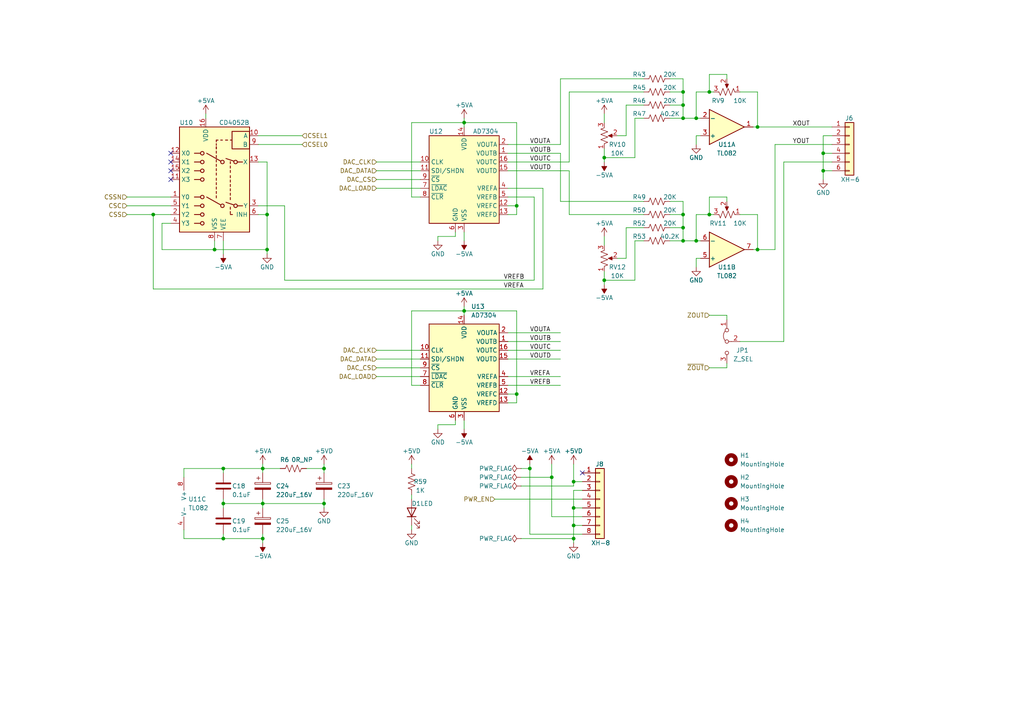
<source format=kicad_sch>
(kicad_sch (version 20231120) (generator "eeschema") (generator_version "8.0")
  (paper "A4")
  (title_block (title "Circle Generator 2") (date "2022-07-29") (rev "1.0"))
  (lib_symbols
    (symbol "AD7304_1"
      (property "Reference" "U" (at -10.16 13.97 0))
      (property "Value" "AD7304_1" (at 2.54 13.97 0))
      (symbol "AD7304_1_0_1"
        (rectangle (start -10.16 12.7) (end 10.16 -12.7) (stroke (width 0.254)) (fill (type background)))
      )
      (symbol "AD7304_1_1_1"
        (pin output line (at 12.7 7.62 180) (length 2.54) (name "VOUTB") (number "1"))
        (pin input line (at -12.7 5.08 0) (length 2.54) (name "CLK") (number "10"))
        (pin input line (at -12.7 2.54 0) (length 2.54) (name "SDI/SHDN") (number "11"))
        (pin input line (at 12.7 -7.62 180) (length 2.54) (name "VREFC") (number "12"))
        (pin input line (at 12.7 -10.16 180) (length 2.54) (name "VREFD") (number "13"))
        (pin power_in line (at 0 15.24 270) (length 2.54) (name "VDD") (number "14"))
        (pin output line (at 12.7 2.54 180) (length 2.54) (name "VOUTD") (number "15"))
        (pin output line (at 12.7 5.08 180) (length 2.54) (name "VOUTC") (number "16"))
        (pin output line (at 12.7 10.16 180) (length 2.54) (name "VOUTA") (number "2"))
        (pin power_in line (at 0 -15.24 90) (length 2.54) (name "VSS") (number "3"))
        (pin input line (at 12.7 -2.54 180) (length 2.54) (name "VREFA") (number "4"))
        (pin input line (at 12.7 -5.08 180) (length 2.54) (name "VREFB") (number "5"))
        (pin power_in line (at -2.54 -15.24 90) (length 2.54) (name "GND") (number "6"))
        (pin output line (at -12.7 -2.54 0) (length 2.54) (name "~{LDAC}") (number "7"))
        (pin output line (at -12.7 -5.08 0) (length 2.54) (name "~{CLR}") (number "8"))
        (pin input line (at -12.7 0 0) (length 2.54) (name "~{CS}") (number "9"))
      )
    )
    (symbol "Amplifier_Operational:TL082" (pin_names (offset 0.127))
      (property "Reference" "U" (at 0 5.08 0))
      (property "Value" "TL082" (at 0 -5.08 0))
      (symbol "TL082_1_1"
        (polyline (pts (xy -5.08 5.08) (xy 5.08 0) (xy -5.08 -5.08) (xy -5.08 5.08)) (stroke (width 0.254)) (fill (type background)))
        (pin output line (at 7.62 0 180) (length 2.54) (name "~") (number "1"))
        (pin input line (at -7.62 -2.54 0) (length 2.54) (name "-") (number "2"))
        (pin input line (at -7.62 2.54 0) (length 2.54) (name "+") (number "3"))
      )
      (symbol "TL082_2_1"
        (polyline (pts (xy -5.08 5.08) (xy 5.08 0) (xy -5.08 -5.08) (xy -5.08 5.08)) (stroke (width 0.254)) (fill (type background)))
        (pin input line (at -7.62 2.54 0) (length 2.54) (name "+") (number "5"))
        (pin input line (at -7.62 -2.54 0) (length 2.54) (name "-") (number "6"))
        (pin output line (at 7.62 0 180) (length 2.54) (name "~") (number "7"))
      )
      (symbol "TL082_3_1"
        (pin power_in line (at -2.54 -7.62 90) (length 3.81) (name "V-") (number "4"))
        (pin power_in line (at -2.54 7.62 270) (length 3.81) (name "V+") (number "8"))
      )
    )
    (symbol "Analog_DAC:AD7304"
      (property "Reference" "U12" (at -10.16 13.97 0))
      (property "Value" "AD7304" (at 2.54 13.97 0))
      (symbol "AD7304_0_1"
        (rectangle (start -10.16 12.7) (end 10.16 -12.7) (stroke (width 0.254)) (fill (type background)))
      )
      (symbol "AD7304_1_1"
        (pin output line (at 12.7 7.62 180) (length 2.54) (name "VOUTB") (number "1"))
        (pin input line (at -12.7 5.08 0) (length 2.54) (name "CLK") (number "10"))
        (pin input line (at -12.7 2.54 0) (length 2.54) (name "SDI/SHDN") (number "11"))
        (pin input line (at 12.7 -7.62 180) (length 2.54) (name "VREFC") (number "12"))
        (pin input line (at 12.7 -10.16 180) (length 2.54) (name "VREFD") (number "13"))
        (pin power_in line (at 0 15.24 270) (length 2.54) (name "VDD") (number "14"))
        (pin output line (at 12.7 2.54 180) (length 2.54) (name "VOUTD") (number "15"))
        (pin output line (at 12.7 5.08 180) (length 2.54) (name "VOUTC") (number "16"))
        (pin output line (at 12.7 10.16 180) (length 2.54) (name "VOUTA") (number "2"))
        (pin power_in line (at 0 -15.24 90) (length 2.54) (name "VSS") (number "3"))
        (pin input line (at 12.7 -2.54 180) (length 2.54) (name "VREFA") (number "4"))
        (pin input line (at 12.7 -5.08 180) (length 2.54) (name "VREFB") (number "5"))
        (pin power_in line (at -2.54 -15.24 90) (length 2.54) (name "GND") (number "6"))
        (pin input line (at -12.7 -2.54 0) (length 2.54) (name "~{LDAC}") (number "7"))
        (pin input line (at -12.7 -5.08 0) (length 2.54) (name "~{CLR}") (number "8"))
        (pin input line (at -12.7 0 0) (length 2.54) (name "~{CS}") (number "9"))
      )
    )
    (symbol "Analog_Switch:CD4052B"
      (property "Reference" "U" (at -10.16 16.51 0))
      (property "Value" "CD4052B" (at 3.81 16.51 0))
      (symbol "CD4052B_0_1"
        (rectangle (start -10.16 8.89) (end -5.08 13.97) (stroke (width 0.254)))
        (rectangle (start -10.16 15.24) (end 10.16 -15.24) (stroke (width 0.254)) (fill (type background)))
        (circle (center -6.096 -7.62) (radius 0.508) (stroke (width 0.254)))
        (circle (center -6.096 5.08) (radius 0.508) (stroke (width 0.254)))
        (circle (center -2.286 -7.62) (radius 0.508) (stroke (width 0.254)))
        (circle (center -2.286 5.08) (radius 0.508) (stroke (width 0.254)))
        (polyline (pts (xy -8.128 -7.62) (xy -6.604 -7.62)) (stroke (width 0.254)))
        (polyline (pts (xy -8.128 5.08) (xy -6.604 5.08)) (stroke (width 0.254)))
        (polyline (pts (xy -5.588 -7.366) (xy -3.302 -6.604)) (stroke (width 0.254)))
        (polyline (pts (xy -5.588 5.334) (xy -3.302 6.096)) (stroke (width 0.254)))
        (polyline (pts (xy -4.572 -10.16) (xy -5.207 -10.16)) (stroke (width 0.254)))
        (polyline (pts (xy -4.572 -9.906) (xy -4.572 -9.271)) (stroke (width 0.254)))
        (polyline (pts (xy -4.572 -8.636) (xy -4.572 -8.001)) (stroke (width 0.254)))
        (polyline (pts (xy -4.572 -5.842) (xy -4.572 -5.207)) (stroke (width 0.254)))
        (polyline (pts (xy -4.572 -4.572) (xy -4.572 -3.937)) (stroke (width 0.254)))
        (polyline (pts (xy -4.572 -3.302) (xy -4.572 -2.667)) (stroke (width 0.254)))
        (polyline (pts (xy -4.572 -2.032) (xy -4.572 -1.397)) (stroke (width 0.254)))
        (polyline (pts (xy -4.572 -0.762) (xy -4.572 -0.127)) (stroke (width 0.254)))
        (polyline (pts (xy -4.572 0.508) (xy -4.572 1.143)) (stroke (width 0.254)))
        (polyline (pts (xy -4.572 2.032) (xy -4.572 2.667)) (stroke (width 0.254)))
        (polyline (pts (xy -4.572 3.302) (xy -4.572 3.937)) (stroke (width 0.254)))
        (polyline (pts (xy -4.572 4.572) (xy -4.572 5.207)) (stroke (width 0.254)))
        (polyline (pts (xy -4.572 11.43) (xy -5.08 11.43)) (stroke (width 0.254)))
        (polyline (pts (xy -3.81 11.43) (xy -3.175 11.43)) (stroke (width 0.254)))
        (polyline (pts (xy -1.778 -7.366) (xy 2.286 -5.08)) (stroke (width 0.254)))
        (polyline (pts (xy -1.778 5.334) (xy 2.286 7.62)) (stroke (width 0.254)))
        (polyline (pts (xy -1.778 11.43) (xy -2.286 11.43)) (stroke (width 0.254)))
        (polyline (pts (xy -0.508 -5.334) (xy -0.508 -4.699)) (stroke (width 0.254)))
        (polyline (pts (xy -0.508 -4.064) (xy -0.508 -3.429)) (stroke (width 0.254)))
        (polyline (pts (xy -0.508 -2.794) (xy -0.508 -2.159)) (stroke (width 0.254)))
        (polyline (pts (xy -0.508 -1.524) (xy -0.508 -0.889)) (stroke (width 0.254)))
        (polyline (pts (xy -0.508 -0.254) (xy -0.508 0.381)) (stroke (width 0.254)))
        (polyline (pts (xy -0.508 1.27) (xy -0.508 1.905)) (stroke (width 0.254)))
        (polyline (pts (xy -0.508 2.54) (xy -0.508 3.175)) (stroke (width 0.254)))
        (polyline (pts (xy -0.508 3.81) (xy -0.508 4.445)) (stroke (width 0.254)))
        (polyline (pts (xy -0.508 5.08) (xy -0.508 5.715)) (stroke (width 0.254)))
        (polyline (pts (xy -0.508 6.35) (xy -0.508 6.985)) (stroke (width 0.254)))
        (polyline (pts (xy -0.508 7.62) (xy -0.508 8.255)) (stroke (width 0.254)))
        (polyline (pts (xy -0.508 8.89) (xy -0.508 9.398)) (stroke (width 0.254)))
        (polyline (pts (xy -0.508 8.89) (xy -0.508 9.525)) (stroke (width 0.254)))
        (polyline (pts (xy -0.508 9.906) (xy -0.508 10.414)) (stroke (width 0.254)))
        (polyline (pts (xy -0.508 10.922) (xy -0.508 11.43)) (stroke (width 0.254)))
        (polyline (pts (xy -0.508 11.43) (xy -1.016 11.43)) (stroke (width 0.254)))
        (polyline (pts (xy 4.064 -12.7) (xy 5.842 -12.7)) (stroke (width 0.254)))
        (polyline (pts (xy 4.064 -10.16) (xy 5.842 -10.16)) (stroke (width 0.254)))
        (polyline (pts (xy 4.064 -7.62) (xy 5.842 -7.62)) (stroke (width 0.254)))
        (polyline (pts (xy 4.064 -5.08) (xy 5.842 -5.08)) (stroke (width 0.254)))
        (polyline (pts (xy 4.064 0) (xy 5.842 0)) (stroke (width 0.254)))
        (polyline (pts (xy 4.064 2.54) (xy 5.842 2.54)) (stroke (width 0.254)))
        (polyline (pts (xy 4.064 5.08) (xy 5.842 5.08)) (stroke (width 0.254)))
        (polyline (pts (xy 4.064 7.62) (xy 5.842 7.62)) (stroke (width 0.254)))
        (circle (center 3.556 -12.7) (radius 0.508) (stroke (width 0.254)))
        (circle (center 3.556 -10.16) (radius 0.508) (stroke (width 0.254)))
        (circle (center 3.556 -7.62) (radius 0.508) (stroke (width 0.254)))
        (circle (center 3.556 -5.08) (radius 0.508) (stroke (width 0.254)))
        (circle (center 3.556 0) (radius 0.508) (stroke (width 0.254)))
        (circle (center 3.556 2.54) (radius 0.508) (stroke (width 0.254)))
        (circle (center 3.556 5.08) (radius 0.508) (stroke (width 0.254)))
        (circle (center 3.556 7.62) (radius 0.508) (stroke (width 0.254)))
      )
      (symbol "CD4052B_1_1"
        (pin bidirectional line (at 12.7 -5.08 180) (length 2.54) (name "Y0") (number "1"))
        (pin input line (at -12.7 12.7 0) (length 2.54) (name "A") (number "10"))
        (pin bidirectional line (at 12.7 0 180) (length 2.54) (name "X3") (number "11"))
        (pin bidirectional line (at 12.7 7.62 180) (length 2.54) (name "X0") (number "12"))
        (pin bidirectional line (at -12.7 5.08 0) (length 2.54) (name "X") (number "13"))
        (pin bidirectional line (at 12.7 5.08 180) (length 2.54) (name "X1") (number "14"))
        (pin bidirectional line (at 12.7 2.54 180) (length 2.54) (name "X2") (number "15"))
        (pin power_in line (at 2.54 17.78 270) (length 2.54) (name "VDD") (number "16"))
        (pin bidirectional line (at 12.7 -10.16 180) (length 2.54) (name "Y2") (number "2"))
        (pin bidirectional line (at -12.7 -7.62 0) (length 2.54) (name "Y") (number "3"))
        (pin bidirectional line (at 12.7 -12.7 180) (length 2.54) (name "Y3") (number "4"))
        (pin bidirectional line (at 12.7 -7.62 180) (length 2.54) (name "Y1") (number "5"))
        (pin input line (at -12.7 -10.16 0) (length 2.54) (name "INH") (number "6"))
        (pin power_in line (at -2.54 -17.78 90) (length 2.54) (name "VEE") (number "7"))
        (pin power_in line (at 0 -17.78 90) (length 2.54) (name "VSS") (number "8"))
        (pin input line (at -12.7 10.16 0) (length 2.54) (name "B") (number "9"))
      )
    )
    (symbol "Connector_Generic:Conn_01x06" (pin_names (offset 1.016) hide)
      (property "Reference" "J" (at 0 7.62 0))
      (property "Value" "Conn_01x06" (at 0 -10.16 0))
      (symbol "Conn_01x06_1_1"
        (rectangle (start -1.27 -7.493) (end 0 -7.747) (stroke (width 0.1524)))
        (rectangle (start -1.27 -4.953) (end 0 -5.207) (stroke (width 0.1524)))
        (rectangle (start -1.27 -2.413) (end 0 -2.667) (stroke (width 0.1524)))
        (rectangle (start -1.27 0.127) (end 0 -0.127) (stroke (width 0.1524)))
        (rectangle (start -1.27 2.667) (end 0 2.413) (stroke (width 0.1524)))
        (rectangle (start -1.27 5.207) (end 0 4.953) (stroke (width 0.1524)))
        (rectangle (start -1.27 6.35) (end 1.27 -8.89) (stroke (width 0.254)) (fill (type background)))
        (pin passive line (at -5.08 5.08 0) (length 3.81) (name "Pin_1") (number "1"))
        (pin passive line (at -5.08 2.54 0) (length 3.81) (name "Pin_2") (number "2"))
        (pin passive line (at -5.08 0 0) (length 3.81) (name "Pin_3") (number "3"))
        (pin passive line (at -5.08 -2.54 0) (length 3.81) (name "Pin_4") (number "4"))
        (pin passive line (at -5.08 -5.08 0) (length 3.81) (name "Pin_5") (number "5"))
        (pin passive line (at -5.08 -7.62 0) (length 3.81) (name "Pin_6") (number "6"))
      )
    )
    (symbol "Connector_Generic:Conn_01x08" (pin_names (offset 1.016) hide)
      (property "Reference" "J" (at 0 10.16 0))
      (property "Value" "Conn_01x08" (at 0 -12.7 0))
      (symbol "Conn_01x08_1_1"
        (rectangle (start -1.27 -10.033) (end 0 -10.287) (stroke (width 0.1524)))
        (rectangle (start -1.27 -7.493) (end 0 -7.747) (stroke (width 0.1524)))
        (rectangle (start -1.27 -4.953) (end 0 -5.207) (stroke (width 0.1524)))
        (rectangle (start -1.27 -2.413) (end 0 -2.667) (stroke (width 0.1524)))
        (rectangle (start -1.27 0.127) (end 0 -0.127) (stroke (width 0.1524)))
        (rectangle (start -1.27 2.667) (end 0 2.413) (stroke (width 0.1524)))
        (rectangle (start -1.27 5.207) (end 0 4.953) (stroke (width 0.1524)))
        (rectangle (start -1.27 7.747) (end 0 7.493) (stroke (width 0.1524)))
        (rectangle (start -1.27 8.89) (end 1.27 -11.43) (stroke (width 0.254)) (fill (type background)))
        (pin passive line (at -5.08 7.62 0) (length 3.81) (name "Pin_1") (number "1"))
        (pin passive line (at -5.08 5.08 0) (length 3.81) (name "Pin_2") (number "2"))
        (pin passive line (at -5.08 2.54 0) (length 3.81) (name "Pin_3") (number "3"))
        (pin passive line (at -5.08 0 0) (length 3.81) (name "Pin_4") (number "4"))
        (pin passive line (at -5.08 -2.54 0) (length 3.81) (name "Pin_5") (number "5"))
        (pin passive line (at -5.08 -5.08 0) (length 3.81) (name "Pin_6") (number "6"))
        (pin passive line (at -5.08 -7.62 0) (length 3.81) (name "Pin_7") (number "7"))
        (pin passive line (at -5.08 -10.16 0) (length 3.81) (name "Pin_8") (number "8"))
      )
    )
    (symbol "Device:C" (pin_numbers hide) (pin_names (offset 0.254))
      (property "Reference" "C" (at 0.635 2.54 0))
      (property "Value" "C" (at 0.635 -2.54 0))
      (symbol "C_0_1"
        (polyline (pts (xy -2.032 -0.762) (xy 2.032 -0.762)) (stroke (width 0.508)))
        (polyline (pts (xy -2.032 0.762) (xy 2.032 0.762)) (stroke (width 0.508)))
      )
      (symbol "C_1_1"
        (pin passive line (at 0 3.81 270) (length 2.794) (name "~") (number "1"))
        (pin passive line (at 0 -3.81 90) (length 2.794) (name "~") (number "2"))
      )
    )
    (symbol "Device:C_Polarized" (pin_numbers hide) (pin_names (offset 0.254))
      (property "Reference" "C" (at 0.635 2.54 0))
      (property "Value" "C_Polarized" (at 0.635 -2.54 0))
      (symbol "C_Polarized_0_1"
        (rectangle (start -2.286 0.508) (end 2.286 1.016))
        (polyline (pts (xy -1.778 2.286) (xy -0.762 2.286)))
        (polyline (pts (xy -1.27 2.794) (xy -1.27 1.778)))
        (rectangle (start 2.286 -0.508) (end -2.286 -1.016) (fill (type outline)))
      )
      (symbol "C_Polarized_1_1"
        (pin passive line (at 0 3.81 270) (length 2.794) (name "~") (number "1"))
        (pin passive line (at 0 -3.81 90) (length 2.794) (name "~") (number "2"))
      )
    )
    (symbol "Device:LED" (pin_numbers hide) (pin_names (offset 1.016) hide)
      (property "Reference" "D1" (at 2.54 0 90))
      (property "Value" "LED" (at 2.54 -2.54 90))
      (symbol "LED_0_1"
        (polyline (pts (xy -1.27 -1.27) (xy -1.27 1.27)) (stroke (width 0.254)))
        (polyline (pts (xy -1.27 0) (xy 1.27 0)))
        (polyline (pts (xy 1.27 -1.27) (xy 1.27 1.27) (xy -1.27 0) (xy 1.27 -1.27)) (stroke (width 0.254)))
        (polyline (pts (xy -3.048 -0.762) (xy -4.572 -2.286) (xy -3.81 -2.286) (xy -4.572 -2.286) (xy -4.572 -1.524)))
        (polyline (pts (xy -1.778 -0.762) (xy -3.302 -2.286) (xy -2.54 -2.286) (xy -3.302 -2.286) (xy -3.302 -1.524)))
      )
      (symbol "LED_1_1"
        (pin passive line (at 3.81 0 180) (length 2.54) (name "A") (number "1"))
        (pin passive line (at -3.81 0 0) (length 2.54) (name "K") (number "2"))
      )
    )
    (symbol "Device:R_Potentiometer_US" (pin_names (offset 1.016) hide)
      (property "Reference" "RV" (at -4.445 0 90))
      (property "Value" "R_Potentiometer_US" (at -2.54 0 90))
      (symbol "R_Potentiometer_US_0_1"
        (polyline (pts (xy 0 -2.286) (xy 0 -2.54)))
        (polyline (pts (xy 0 2.54) (xy 0 2.286)))
        (polyline (pts (xy 2.54 0) (xy 1.524 0)))
        (polyline (pts (xy 1.143 0) (xy 2.286 0.508) (xy 2.286 -0.508) (xy 1.143 0)) (fill (type outline)))
        (polyline (pts (xy 0 -0.762) (xy 1.016 -1.143) (xy 0 -1.524) (xy -1.016 -1.905) (xy 0 -2.286)))
        (polyline (pts (xy 0 0.762) (xy 1.016 0.381) (xy 0 0) (xy -1.016 -0.381) (xy 0 -0.762)))
        (polyline (pts (xy 0 2.286) (xy 1.016 1.905) (xy 0 1.524) (xy -1.016 1.143) (xy 0 0.762)))
      )
      (symbol "R_Potentiometer_US_1_1"
        (pin passive line (at 0 3.81 270) (length 1.27) (name "1") (number "1"))
        (pin passive line (at 3.81 0 180) (length 1.27) (name "2") (number "2"))
        (pin passive line (at 0 -3.81 90) (length 1.27) (name "3") (number "3"))
      )
    )
    (symbol "Device:R_US" (pin_numbers hide) (pin_names (offset 0))
      (property "Reference" "R" (at 2.54 0 90))
      (property "Value" "R_US" (at -2.54 0 90))
      (symbol "R_US_0_1"
        (polyline (pts (xy 0 -2.286) (xy 0 -2.54)))
        (polyline (pts (xy 0 2.286) (xy 0 2.54)))
        (polyline (pts (xy 0 -0.762) (xy 1.016 -1.143) (xy 0 -1.524) (xy -1.016 -1.905) (xy 0 -2.286)))
        (polyline (pts (xy 0 0.762) (xy 1.016 0.381) (xy 0 0) (xy -1.016 -0.381) (xy 0 -0.762)))
        (polyline (pts (xy 0 2.286) (xy 1.016 1.905) (xy 0 1.524) (xy -1.016 1.143) (xy 0 0.762)))
      )
      (symbol "R_US_1_1"
        (pin passive line (at 0 3.81 270) (length 1.27) (name "~") (number "1"))
        (pin passive line (at 0 -3.81 90) (length 1.27) (name "~") (number "2"))
      )
    )
    (symbol "Jumper:Jumper_3_Bridged12" (pin_names (offset 0) hide)
      (property "Reference" "JP" (at -2.54 -2.54 0))
      (property "Value" "Jumper_3_Bridged12" (at 0 2.794 0))
      (symbol "Jumper_3_Bridged12_0_0"
        (circle (center -3.302 0) (radius 0.508))
        (circle (center 0 0) (radius 0.508))
        (circle (center 3.302 0) (radius 0.508))
      )
      (symbol "Jumper_3_Bridged12_0_1"
        (arc (start -0.254 0.508) (mid -1.651 0.9912) (end -3.048 0.508))
        (polyline (pts (xy 0 -1.27) (xy 0 -0.508)))
      )
      (symbol "Jumper_3_Bridged12_1_1"
        (pin passive line (at -6.35 0 0) (length 2.54) (name "A") (number "1"))
        (pin passive line (at 0 -3.81 90) (length 2.54) (name "C") (number "2"))
        (pin passive line (at 6.35 0 180) (length 2.54) (name "B") (number "3"))
      )
    )
    (symbol "Mechanical:MountingHole" (pin_names (offset 1.016))
      (property "Reference" "H" (at 0 5.08 0))
      (property "Value" "MountingHole" (at 0 3.175 0))
      (symbol "MountingHole_0_1"
        (circle (center 0 0) (radius 1.27) (stroke (width 1.27)))
      )
    )
    (symbol "power:+5VA" (power) (pin_names (offset 0))
      (property "Value" "+5VA" (at 0 3.556 0))
      (symbol "+5VA_0_1"
        (polyline (pts (xy -0.762 1.27) (xy 0 2.54)))
        (polyline (pts (xy 0 0) (xy 0 2.54)))
        (polyline (pts (xy 0 2.54) (xy 0.762 1.27)))
      )
      (symbol "+5VA_1_1"
        (pin power_in line (at 0 0 90) (length 0) hide (name "+5VA") (number "1"))
      )
    )
    (symbol "power:+5VD" (power) (pin_names (offset 0))
      (property "Value" "+5VD" (at 0 3.556 0))
      (symbol "+5VD_0_1"
        (polyline (pts (xy -0.762 1.27) (xy 0 2.54)))
        (polyline (pts (xy 0 0) (xy 0 2.54)))
        (polyline (pts (xy 0 2.54) (xy 0.762 1.27)))
      )
      (symbol "+5VD_1_1"
        (pin power_in line (at 0 0 90) (length 0) hide (name "+5VD") (number "1"))
      )
    )
    (symbol "power:-5VA" (power) (pin_names (offset 0))
      (property "Value" "-5VA" (at 0 3.81 0))
      (symbol "-5VA_0_0"
        (pin power_in line (at 0 0 90) (length 0) hide (name "-5VA") (number "1"))
      )
      (symbol "-5VA_0_1"
        (polyline (pts (xy 0 0) (xy 0 1.27) (xy 0.762 1.27) (xy 0 2.54) (xy -0.762 1.27) (xy 0 1.27)) (fill (type outline)))
      )
    )
    (symbol "power:GND" (power) (pin_names (offset 0))
      (property "Value" "GND" (at 0 -3.81 0))
      (symbol "GND_0_1"
        (polyline (pts (xy 0 0) (xy 0 -1.27) (xy 1.27 -1.27) (xy 0 -2.54) (xy -1.27 -1.27) (xy 0 -1.27)))
      )
      (symbol "GND_1_1"
        (pin power_in line (at 0 0 270) (length 0) hide (name "GND") (number "1"))
      )
    )
    (symbol "power:PWR_FLAG" (power) (pin_numbers hide) (pin_names (offset 0) hide)
      (property "Value" "PWR_FLAG" (at 0 3.81 0))
      (symbol "PWR_FLAG_0_0"
        (pin power_out line (at 0 0 90) (length 0) (name "pwr") (number "1"))
      )
      (symbol "PWR_FLAG_0_1"
        (polyline (pts (xy 0 0) (xy 0 1.27) (xy -1.016 1.905) (xy 0 2.54) (xy 1.016 1.905) (xy 0 1.27)))
      )
    )
  )
  (junction (at 166.37 139.7))
  (junction (at 175.26 81.28))
  (junction (at 153.67 135.89))
  (junction (at 175.26 45.72))
  (junction (at 219.71 72.39))
  (junction (at 149.86 114.3))
  (junction (at 205.74 62.23))
  (junction (at 64.77 146.05))
  (junction (at 93.98 146.05))
  (junction (at 205.74 26.67))
  (junction (at 44.45 62.23))
  (junction (at 219.71 36.83))
  (junction (at 76.2 156.21))
  (junction (at 160.02 138.43))
  (junction (at 62.23 72.39))
  (junction (at 238.76 49.53))
  (junction (at 198.12 62.23))
  (junction (at 93.98 135.89))
  (junction (at 166.37 156.21))
  (junction (at 77.47 62.23))
  (junction (at 76.2 146.05))
  (junction (at 198.12 34.29))
  (junction (at 134.62 35.56))
  (junction (at 64.77 156.21))
  (junction (at 201.93 34.29))
  (junction (at 198.12 30.48))
  (junction (at 166.37 147.32))
  (junction (at 201.93 69.85))
  (junction (at 166.37 152.4))
  (junction (at 198.12 26.67))
  (junction (at 134.62 90.17))
  (junction (at 76.2 135.89))
  (junction (at 198.12 66.04))
  (junction (at 77.47 72.39))
  (junction (at 238.76 44.45))
  (junction (at 149.86 59.69))
  (junction (at 64.77 135.89))
  (junction (at 198.12 69.85))
  (no_connect (at 168.91 137.16))
  (no_connect (at 49.53 49.53))
  (no_connect (at 49.53 52.07))
  (no_connect (at 49.53 44.45))
  (no_connect (at 49.53 46.99))
  (wire (pts (xy 151.13 156.21) (xy 166.37 156.21)))
  (wire (pts (xy 194.31 62.23) (xy 198.12 62.23)))
  (wire (pts (xy 149.86 116.84) (xy 147.32 116.84)))
  (wire (pts (xy 109.22 52.07) (xy 121.92 52.07)))
  (wire (pts (xy 132.08 123.19) (xy 127 123.19)))
  (wire (pts (xy 147.32 96.52) (xy 162.56 96.52)))
  (wire (pts (xy 147.32 99.06) (xy 162.56 99.06)))
  (wire (pts (xy 53.34 135.89) (xy 64.77 135.89)))
  (wire (pts (xy 238.76 44.45) (xy 241.3 44.45)))
  (wire (pts (xy 149.86 59.69) (xy 149.86 35.56)))
  (wire (pts (xy 238.76 44.45) (xy 238.76 49.53)))
  (wire (pts (xy 151.13 135.89) (xy 153.67 135.89)))
  (wire (pts (xy 219.71 26.67) (xy 219.71 36.83)))
  (wire (pts (xy 238.76 39.37) (xy 238.76 44.45)))
  (wire (pts (xy 166.37 142.24) (xy 166.37 147.32)))
  (wire (pts (xy 147.32 49.53) (xy 165.1 49.53)))
  (wire (pts (xy 76.2 146.05) (xy 93.98 146.05)))
  (wire (pts (xy 205.74 57.15) (xy 205.74 62.23)))
  (wire (pts (xy 64.77 156.21) (xy 64.77 154.94)))
  (wire (pts (xy 147.32 104.14) (xy 162.56 104.14)))
  (wire (pts (xy 151.13 140.97) (xy 166.37 140.97)))
  (wire (pts (xy 165.1 62.23) (xy 186.69 62.23)))
  (wire (pts (xy 201.93 39.37) (xy 201.93 41.91)))
  (wire (pts (xy 77.47 46.99) (xy 77.47 62.23)))
  (wire (pts (xy 219.71 62.23) (xy 219.71 72.39)))
  (wire (pts (xy 36.83 62.23) (xy 44.45 62.23)))
  (wire (pts (xy 154.94 81.28) (xy 154.94 57.15)))
  (wire (pts (xy 162.56 41.91) (xy 162.56 22.86)))
  (wire (pts (xy 147.32 46.99) (xy 165.1 46.99)))
  (wire (pts (xy 154.94 57.15) (xy 147.32 57.15)))
  (wire (pts (xy 147.32 54.61) (xy 157.48 54.61)))
  (wire (pts (xy 203.2 74.93) (xy 201.93 74.93)))
  (wire (pts (xy 147.32 62.23) (xy 149.86 62.23)))
  (wire (pts (xy 134.62 35.56) (xy 119.38 35.56)))
  (wire (pts (xy 74.93 39.37) (xy 87.63 39.37)))
  (wire (pts (xy 93.98 137.16) (xy 93.98 135.89)))
  (wire (pts (xy 224.79 41.91) (xy 241.3 41.91)))
  (wire (pts (xy 201.93 69.85) (xy 203.2 69.85)))
  (wire (pts (xy 109.22 49.53) (xy 121.92 49.53)))
  (wire (pts (xy 201.93 62.23) (xy 205.74 62.23)))
  (wire (pts (xy 205.74 62.23) (xy 207.01 62.23)))
  (wire (pts (xy 119.38 35.56) (xy 119.38 57.15)))
  (wire (pts (xy 134.62 121.92) (xy 134.62 124.46)))
  (wire (pts (xy 219.71 36.83) (xy 218.44 36.83)))
  (wire (pts (xy 160.02 138.43) (xy 160.02 149.86)))
  (wire (pts (xy 147.32 44.45) (xy 162.56 44.45)))
  (wire (pts (xy 175.26 81.28) (xy 175.26 82.55)))
  (wire (pts (xy 134.62 90.17) (xy 119.38 90.17)))
  (wire (pts (xy 93.98 144.78) (xy 93.98 146.05)))
  (wire (pts (xy 134.62 90.17) (xy 149.86 90.17)))
  (wire (pts (xy 147.32 114.3) (xy 149.86 114.3)))
  (wire (pts (xy 160.02 134.62) (xy 160.02 138.43)))
  (wire (pts (xy 210.82 21.59) (xy 205.74 21.59)))
  (wire (pts (xy 134.62 88.9) (xy 134.62 90.17)))
  (wire (pts (xy 132.08 67.31) (xy 132.08 68.58)))
  (wire (pts (xy 168.91 139.7) (xy 166.37 139.7)))
  (wire (pts (xy 76.2 157.48) (xy 76.2 156.21)))
  (wire (pts (xy 210.82 57.15) (xy 205.74 57.15)))
  (wire (pts (xy 227.33 99.06) (xy 214.63 99.06)))
  (wire (pts (xy 134.62 34.29) (xy 134.62 35.56)))
  (wire (pts (xy 82.55 81.28) (xy 154.94 81.28)))
  (wire (pts (xy 198.12 62.23) (xy 198.12 66.04)))
  (wire (pts (xy 147.32 41.91) (xy 162.56 41.91)))
  (wire (pts (xy 147.32 109.22) (xy 162.56 109.22)))
  (wire (pts (xy 109.22 101.6) (xy 121.92 101.6)))
  (wire (pts (xy 201.93 62.23) (xy 201.93 69.85)))
  (wire (pts (xy 166.37 134.62) (xy 166.37 139.7)))
  (wire (pts (xy 64.77 146.05) (xy 64.77 147.32)))
  (wire (pts (xy 132.08 121.92) (xy 132.08 123.19)))
  (wire (pts (xy 77.47 72.39) (xy 77.47 73.66)))
  (wire (pts (xy 207.01 26.67) (xy 205.74 26.67)))
  (wire (pts (xy 198.12 69.85) (xy 201.93 69.85)))
  (wire (pts (xy 219.71 72.39) (xy 218.44 72.39)))
  (wire (pts (xy 147.32 101.6) (xy 162.56 101.6)))
  (wire (pts (xy 62.23 72.39) (xy 77.47 72.39)))
  (wire (pts (xy 194.31 26.67) (xy 198.12 26.67)))
  (wire (pts (xy 165.1 26.67) (xy 186.69 26.67)))
  (wire (pts (xy 184.15 81.28) (xy 175.26 81.28)))
  (wire (pts (xy 109.22 109.22) (xy 121.92 109.22)))
  (wire (pts (xy 179.07 39.37) (xy 181.61 39.37)))
  (wire (pts (xy 74.93 59.69) (xy 82.55 59.69)))
  (wire (pts (xy 53.34 156.21) (xy 64.77 156.21)))
  (wire (pts (xy 194.31 30.48) (xy 198.12 30.48)))
  (wire (pts (xy 184.15 45.72) (xy 184.15 34.29)))
  (wire (pts (xy 53.34 138.43) (xy 53.34 135.89)))
  (wire (pts (xy 44.45 62.23) (xy 44.45 83.82)))
  (wire (pts (xy 134.62 90.17) (xy 134.62 91.44)))
  (wire (pts (xy 166.37 140.97) (xy 166.37 139.7)))
  (wire (pts (xy 175.26 45.72) (xy 184.15 45.72)))
  (wire (pts (xy 194.31 69.85) (xy 198.12 69.85)))
  (wire (pts (xy 149.86 62.23) (xy 149.86 59.69)))
  (wire (pts (xy 198.12 22.86) (xy 198.12 26.67)))
  (wire (pts (xy 175.26 33.02) (xy 175.26 35.56)))
  (wire (pts (xy 194.31 22.86) (xy 198.12 22.86)))
  (wire (pts (xy 184.15 34.29) (xy 186.69 34.29)))
  (wire (pts (xy 210.82 58.42) (xy 210.82 57.15)))
  (wire (pts (xy 166.37 156.21) (xy 166.37 157.48)))
  (wire (pts (xy 181.61 30.48) (xy 181.61 39.37)))
  (wire (pts (xy 162.56 44.45) (xy 162.56 58.42)))
  (wire (pts (xy 127 123.19) (xy 127 124.46)))
  (wire (pts (xy 198.12 26.67) (xy 198.12 30.48)))
  (wire (pts (xy 157.48 83.82) (xy 157.48 54.61)))
  (wire (pts (xy 53.34 153.67) (xy 53.34 156.21)))
  (wire (pts (xy 205.74 21.59) (xy 205.74 26.67)))
  (wire (pts (xy 44.45 62.23) (xy 49.53 62.23)))
  (wire (pts (xy 46.99 64.77) (xy 46.99 72.39)))
  (wire (pts (xy 44.45 83.82) (xy 157.48 83.82)))
  (wire (pts (xy 198.12 30.48) (xy 198.12 34.29)))
  (wire (pts (xy 210.82 22.86) (xy 210.82 21.59)))
  (wire (pts (xy 109.22 106.68) (xy 121.92 106.68)))
  (wire (pts (xy 59.69 33.02) (xy 59.69 34.29)))
  (wire (pts (xy 241.3 39.37) (xy 238.76 39.37)))
  (wire (pts (xy 205.74 26.67) (xy 201.93 26.67)))
  (wire (pts (xy 153.67 154.94) (xy 168.91 154.94)))
  (wire (pts (xy 93.98 134.62) (xy 93.98 135.89)))
  (wire (pts (xy 175.26 43.18) (xy 175.26 45.72)))
  (wire (pts (xy 210.82 106.68) (xy 210.82 105.41)))
  (wire (pts (xy 219.71 72.39) (xy 224.79 72.39)))
  (wire (pts (xy 153.67 134.62) (xy 153.67 135.89)))
  (wire (pts (xy 62.23 69.85) (xy 62.23 72.39)))
  (wire (pts (xy 132.08 68.58) (xy 127 68.58)))
  (wire (pts (xy 201.93 34.29) (xy 203.2 34.29)))
  (wire (pts (xy 119.38 134.62) (xy 119.38 135.89)))
  (wire (pts (xy 181.61 30.48) (xy 186.69 30.48)))
  (wire (pts (xy 175.26 78.74) (xy 175.26 81.28)))
  (wire (pts (xy 149.86 90.17) (xy 149.86 114.3)))
  (wire (pts (xy 153.67 135.89) (xy 153.67 154.94)))
  (wire (pts (xy 203.2 39.37) (xy 201.93 39.37)))
  (wire (pts (xy 241.3 46.99) (xy 227.33 46.99)))
  (wire (pts (xy 46.99 72.39) (xy 62.23 72.39)))
  (wire (pts (xy 181.61 66.04) (xy 181.61 74.93)))
  (wire (pts (xy 181.61 66.04) (xy 186.69 66.04)))
  (wire (pts (xy 166.37 147.32) (xy 166.37 152.4)))
  (wire (pts (xy 76.2 135.89) (xy 64.77 135.89)))
  (wire (pts (xy 162.56 22.86) (xy 186.69 22.86)))
  (wire (pts (xy 76.2 146.05) (xy 76.2 147.32)))
  (wire (pts (xy 166.37 152.4) (xy 166.37 156.21)))
  (wire (pts (xy 165.1 49.53) (xy 165.1 62.23)))
  (wire (pts (xy 168.91 142.24) (xy 166.37 142.24)))
  (wire (pts (xy 165.1 46.99) (xy 165.1 26.67)))
  (wire (pts (xy 76.2 144.78) (xy 76.2 146.05)))
  (wire (pts (xy 175.26 68.58) (xy 175.26 71.12)))
  (wire (pts (xy 147.32 111.76) (xy 162.56 111.76)))
  (wire (pts (xy 119.38 90.17) (xy 119.38 111.76)))
  (wire (pts (xy 143.51 144.78) (xy 168.91 144.78)))
  (wire (pts (xy 210.82 91.44) (xy 210.82 92.71)))
  (wire (pts (xy 149.86 35.56) (xy 134.62 35.56)))
  (wire (pts (xy 194.31 66.04) (xy 198.12 66.04)))
  (wire (pts (xy 198.12 66.04) (xy 198.12 69.85)))
  (wire (pts (xy 134.62 67.31) (xy 134.62 69.85)))
  (wire (pts (xy 184.15 69.85) (xy 186.69 69.85)))
  (wire (pts (xy 76.2 134.62) (xy 76.2 135.89)))
  (wire (pts (xy 77.47 62.23) (xy 77.47 72.39)))
  (wire (pts (xy 76.2 137.16) (xy 76.2 135.89)))
  (wire (pts (xy 64.77 135.89) (xy 64.77 137.16)))
  (wire (pts (xy 76.2 135.89) (xy 81.28 135.89)))
  (wire (pts (xy 76.2 156.21) (xy 64.77 156.21)))
  (wire (pts (xy 219.71 36.83) (xy 241.3 36.83)))
  (wire (pts (xy 175.26 45.72) (xy 175.26 46.99)))
  (wire (pts (xy 224.79 72.39) (xy 224.79 41.91)))
  (wire (pts (xy 160.02 149.86) (xy 168.91 149.86)))
  (wire (pts (xy 119.38 152.4) (xy 119.38 153.67)))
  (wire (pts (xy 201.93 74.93) (xy 201.93 77.47)))
  (wire (pts (xy 162.56 58.42) (xy 186.69 58.42)))
  (wire (pts (xy 93.98 135.89) (xy 88.9 135.89)))
  (wire (pts (xy 201.93 26.67) (xy 201.93 34.29)))
  (wire (pts (xy 214.63 62.23) (xy 219.71 62.23)))
  (wire (pts (xy 149.86 114.3) (xy 149.86 116.84)))
  (wire (pts (xy 64.77 144.78) (xy 64.77 146.05)))
  (wire (pts (xy 64.77 146.05) (xy 76.2 146.05)))
  (wire (pts (xy 151.13 138.43) (xy 160.02 138.43)))
  (wire (pts (xy 166.37 152.4) (xy 168.91 152.4)))
  (wire (pts (xy 119.38 57.15) (xy 121.92 57.15)))
  (wire (pts (xy 109.22 54.61) (xy 121.92 54.61)))
  (wire (pts (xy 205.74 106.68) (xy 210.82 106.68)))
  (wire (pts (xy 227.33 46.99) (xy 227.33 99.06)))
  (wire (pts (xy 184.15 69.85) (xy 184.15 81.28)))
  (wire (pts (xy 82.55 59.69) (xy 82.55 81.28)))
  (wire (pts (xy 36.83 59.69) (xy 49.53 59.69)))
  (wire (pts (xy 109.22 104.14) (xy 121.92 104.14)))
  (wire (pts (xy 194.31 34.29) (xy 198.12 34.29)))
  (wire (pts (xy 134.62 35.56) (xy 134.62 36.83)))
  (wire (pts (xy 36.83 57.15) (xy 49.53 57.15)))
  (wire (pts (xy 119.38 143.51) (xy 119.38 144.78)))
  (wire (pts (xy 166.37 147.32) (xy 168.91 147.32)))
  (wire (pts (xy 74.93 46.99) (xy 77.47 46.99)))
  (wire (pts (xy 179.07 74.93) (xy 181.61 74.93)))
  (wire (pts (xy 74.93 41.91) (xy 87.63 41.91)))
  (wire (pts (xy 205.74 91.44) (xy 210.82 91.44)))
  (wire (pts (xy 147.32 59.69) (xy 149.86 59.69)))
  (wire (pts (xy 238.76 49.53) (xy 238.76 52.07)))
  (wire (pts (xy 198.12 34.29) (xy 201.93 34.29)))
  (wire (pts (xy 214.63 26.67) (xy 219.71 26.67)))
  (wire (pts (xy 93.98 147.32) (xy 93.98 146.05)))
  (wire (pts (xy 198.12 58.42) (xy 198.12 62.23)))
  (wire (pts (xy 119.38 111.76) (xy 121.92 111.76)))
  (wire (pts (xy 109.22 46.99) (xy 121.92 46.99)))
  (wire (pts (xy 127 68.58) (xy 127 69.85)))
  (wire (pts (xy 76.2 156.21) (xy 76.2 154.94)))
  (wire (pts (xy 64.77 69.85) (xy 64.77 73.66)))
  (wire (pts (xy 49.53 64.77) (xy 46.99 64.77)))
  (wire (pts (xy 194.31 58.42) (xy 198.12 58.42)))
  (wire (pts (xy 238.76 49.53) (xy 241.3 49.53)))
  (wire (pts (xy 74.93 62.23) (xy 77.47 62.23)))
  (label "YOUT" (at 229.87 41.91 0))
  (label "VOUTC" (at 153.67 46.99 0))
  (label "VREFB" (at 146.05 81.28 0))
  (label "XOUT" (at 229.87 36.83 0))
  (label "VOUTC" (at 153.67 101.6 0))
  (label "VREFB" (at 153.67 111.76 0))
  (label "VREFA" (at 153.67 109.22 0))
  (label "VOUTA" (at 153.67 96.52 0))
  (label "VREFA" (at 146.05 83.82 0))
  (label "VOUTB" (at 153.67 44.45 0))
  (label "VOUTD" (at 153.67 49.53 0))
  (label "VOUTB" (at 153.67 99.06 0))
  (label "VOUTA" (at 153.67 41.91 0))
  (label "VOUTD" (at 153.67 104.14 0))
  (hierarchical_label "DAC_LOAD" (shape input) (at 109.22 109.22 180))
  (hierarchical_label "DAC_LOAD" (shape input) (at 109.22 54.61 180))
  (hierarchical_label "DAC_CLK" (shape input) (at 109.22 46.99 180))
  (hierarchical_label "PWR_EN" (shape input) (at 143.51 144.78 180))
  (hierarchical_label "ZOUT" (shape input) (at 205.74 91.44 180))
  (hierarchical_label "~{ZOUT}" (shape input) (at 205.74 106.68 180))
  (hierarchical_label "CSSN" (shape input) (at 36.83 57.15 180))
  (hierarchical_label "CSEL0" (shape input) (at 87.63 41.91 0))
  (hierarchical_label "DAC_DATA" (shape input) (at 109.22 104.14 180))
  (hierarchical_label "CSEL1" (shape input) (at 87.63 39.37 0))
  (hierarchical_label "DAC_CS" (shape input) (at 109.22 52.07 180))
  (hierarchical_label "DAC_CS" (shape input) (at 109.22 106.68 180))
  (hierarchical_label "DAC_CLK" (shape input) (at 109.22 101.6 180))
  (hierarchical_label "DAC_DATA" (shape input) (at 109.22 49.53 180))
  (hierarchical_label "CSC" (shape input) (at 36.83 59.69 180))
  (hierarchical_label "CSS" (shape input) (at 36.83 62.23 180))
  (symbol (lib_id "Device:C_Polarized") (at 76.2 140.97 0) (unit 1)
    (property "Reference" "C24" (at 80.01 140.97 0) (effects (justify left)))
    (property "Value" "220uF_16V" (at 80.01 143.51 0) (effects (justify left)))
    (property "Footprint" "Capacitor_THT:CP_Radial_D6.3mm_P2.50mm" (effects (hide yes)))
  )
  (symbol (lib_name "AD7304_1") (lib_id "Analog_DAC:AD7304") (at 134.62 106.68 0) (unit 1)
    (property "Reference" "U13" (at 136.6394 88.9 0) (effects (justify left)))
    (property "Value" "AD7304" (at 136.6394 91.44 0) (effects (justify left)))
    (property "Footprint" "Package_SO:SOIC-16W_7.5x10.3mm_P1.27mm" (effects (hide yes)))
    (property "Datasheet" "https://www.analog.com/media/en/technical-documentation/data-sheets/AD7304_7305.pdf" (effects (hide yes)))
  )
  (symbol (lib_id "power:+5VD") (at 93.98 134.62 0) (unit 1)
    (property "Reference" "#PWR057" (effects (hide yes)))
    (property "Value" "+5VD" (at 93.98 130.81 0))
  )
  (symbol (lib_id "Device:C") (at 64.77 151.13 0) (unit 1)
    (property "Reference" "C19" (at 67.31 151.13 0) (effects (justify left)))
    (property "Value" "0.1uF" (at 67.31 153.67 0) (effects (justify left)))
    (property "Footprint" "sc_11:C_Rect_L5.5mm_W4.0mm_P5.00mm" (effects (hide yes)))
  )
  (symbol (lib_id "Device:R_US") (at 85.09 135.89 270) (unit 1)
    (property "Reference" "R6" (at 82.55 133.35 90))
    (property "Value" "0R_NP" (at 87.63 133.35 90))
    (property "Footprint" "sc_11:RES-H10_16-D2_5L7_5" (effects (hide yes)))
  )
  (symbol (lib_id "power:GND") (at 127 69.85 0) (unit 1)
    (property "Reference" "#PWR050" (effects (hide yes)))
    (property "Value" "GND" (at 127 73.66 0))
  )
  (symbol (lib_id "Mechanical:MountingHole") (at 212.09 133.35 0) (unit 1)
    (property "Reference" "H1" (at 214.63 132.0799 0) (effects (justify left)))
    (property "Value" "MountingHole" (at 214.63 134.6199 0) (effects (justify left)))
    (property "Footprint" "MountingHole:MountingHole_3.2mm_M3" (effects (hide yes)))
  )
  (symbol (lib_id "Device:R_US") (at 190.5 69.85 270) (unit 1)
    (property "Reference" "R53" (at 185.42 68.58 90))
    (property "Value" "40.2K" (at 194.31 68.58 90))
    (property "Footprint" "sc_11:RES-H10_16-D2_5L7_5" (effects (hide yes)))
  )
  (symbol (lib_id "Device:R_US") (at 119.38 139.7 180) (unit 1)
    (property "Reference" "R59" (at 121.92 139.7 0))
    (property "Value" "1K" (at 121.92 142.24 0))
    (property "Footprint" "sc_11:RES-H10_16-D2_5L7_5" (effects (hide yes)))
  )
  (symbol (lib_id "Amplifier_Operational:TL082") (at 55.88 146.05 0) (unit 3)
    (property "Reference" "U11" (at 54.61 144.7799 0) (effects (justify left)))
    (property "Value" "TL082" (at 54.61 147.3199 0) (effects (justify left)))
    (property "Footprint" "Package_DIP:DIP-8_W7.62mm_Socket" (effects (hide yes)))
    (property "Datasheet" "http://www.ti.com/lit/ds/symlink/tl081.pdf" (effects (hide yes)))
  )
  (symbol (lib_id "Mechanical:MountingHole") (at 212.09 139.7 0) (unit 1)
    (property "Reference" "H2" (at 214.63 138.4299 0) (effects (justify left)))
    (property "Value" "MountingHole" (at 214.63 140.9699 0) (effects (justify left)))
    (property "Footprint" "MountingHole:MountingHole_3.2mm_M3" (effects (hide yes)))
  )
  (symbol (lib_id "Connector_Generic:Conn_01x08") (at 173.99 144.78 0) (unit 1)
    (property "Reference" "J8" (at 172.72 134.62 0) (effects (justify left)))
    (property "Value" "XH-8" (at 171.45 157.48 0) (effects (justify left)))
    (property "Footprint" "Connector_JST:JST_XH_B8B-XH-A_1x08_P2.50mm_Vertical" (effects (hide yes)))
  )
  (symbol (lib_id "power:GND") (at 201.93 41.91 0) (unit 1)
    (property "Reference" "#PWR046" (effects (hide yes)))
    (property "Value" "GND" (at 201.93 45.72 0))
  )
  (symbol (lib_id "Mechanical:MountingHole") (at 212.09 152.4 0) (unit 1)
    (property "Reference" "H4" (at 214.63 151.1299 0) (effects (justify left)))
    (property "Value" "MountingHole" (at 214.63 153.6699 0) (effects (justify left)))
    (property "Footprint" "MountingHole:MountingHole_3.2mm_M3" (effects (hide yes)))
  )
  (symbol (lib_id "power:PWR_FLAG") (at 151.13 138.43 90) (unit 1)
    (property "Reference" "#FLG0103" (effects (hide yes)))
    (property "Value" "PWR_FLAG" (at 148.59 138.43 90) (effects (justify left)))
  )
  (symbol (lib_id "power:+5VA") (at 59.69 33.02 0) (unit 1)
    (property "Reference" "#PWR043" (effects (hide yes)))
    (property "Value" "+5VA" (at 59.69 29.21 0))
  )
  (symbol (lib_id "Device:R_Potentiometer_US") (at 210.82 62.23 270) (mirror x) (unit 1)
    (property "Reference" "RV11" (at 208.28 64.77 90))
    (property "Value" "10K" (at 214.63 64.77 90))
    (property "Footprint" "sc_11:RP-3362S" (effects (hide yes)))
  )
  (symbol (lib_id "power:GND") (at 201.93 77.47 0) (unit 1)
    (property "Reference" "#PWR054" (effects (hide yes)))
    (property "Value" "GND" (at 201.93 81.28 0))
  )
  (symbol (lib_id "Device:R_US") (at 190.5 34.29 270) (unit 1)
    (property "Reference" "R47" (at 185.42 33.02 90))
    (property "Value" "40.2K" (at 194.31 33.02 90))
    (property "Footprint" "sc_11:RES-H10_16-D2_5L7_5" (effects (hide yes)))
  )
  (symbol (lib_id "power:PWR_FLAG") (at 151.13 135.89 90) (unit 1)
    (property "Reference" "#FLG0101" (effects (hide yes)))
    (property "Value" "PWR_FLAG" (at 148.59 135.89 90) (effects (justify left)))
  )
  (symbol (lib_id "power:-5VA") (at 134.62 69.85 180) (unit 1)
    (property "Reference" "#PWR051" (effects (hide yes)))
    (property "Value" "-5VA" (at 134.62 73.66 0))
  )
  (symbol (lib_id "Device:C") (at 64.77 140.97 0) (unit 1)
    (property "Reference" "C18" (at 67.31 140.97 0) (effects (justify left)))
    (property "Value" "0.1uF" (at 67.31 143.51 0) (effects (justify left)))
    (property "Footprint" "sc_11:C_Rect_L5.5mm_W4.0mm_P5.00mm" (effects (hide yes)))
  )
  (symbol (lib_id "power:-5VA") (at 175.26 82.55 180) (unit 1)
    (property "Reference" "#PWR055" (effects (hide yes)))
    (property "Value" "-5VA" (at 175.26 86.36 0))
  )
  (symbol (lib_id "power:+5VA") (at 134.62 88.9 0) (unit 1)
    (property "Reference" "#PWR0103" (effects (hide yes)))
    (property "Value" "+5VA" (at 134.62 85.09 0))
  )
  (symbol (lib_id "power:GND") (at 119.38 153.67 0) (unit 1)
    (property "Reference" "#PWR063" (effects (hide yes)))
    (property "Value" "GND" (at 119.38 157.48 0))
  )
  (symbol (lib_id "power:GND") (at 166.37 157.48 0) (unit 1)
    (property "Reference" "#PWR065" (effects (hide yes)))
    (property "Value" "GND" (at 166.37 161.29 0))
  )
  (symbol (lib_id "power:-5VA") (at 134.62 124.46 180) (unit 1)
    (property "Reference" "#PWR0101" (effects (hide yes)))
    (property "Value" "-5VA" (at 134.62 128.27 0))
  )
  (symbol (lib_id "Device:R_Potentiometer_US") (at 210.82 26.67 270) (mirror x) (unit 1)
    (property "Reference" "RV9" (at 208.28 29.21 90))
    (property "Value" "10K" (at 214.63 29.21 90))
    (property "Footprint" "sc_11:RP-3362S" (effects (hide yes)))
  )
  (symbol (lib_id "Device:R_US") (at 190.5 22.86 270) (unit 1)
    (property "Reference" "R43" (at 185.42 21.59 90))
    (property "Value" "20K" (at 194.31 21.59 90))
    (property "Footprint" "sc_11:RES-H10_16-D2_5L7_5" (effects (hide yes)))
  )
  (symbol (lib_id "Device:C_Polarized") (at 93.98 140.97 0) (unit 1)
    (property "Reference" "C23" (at 97.79 140.97 0) (effects (justify left)))
    (property "Value" "220uF_16V" (at 97.79 143.51 0) (effects (justify left)))
    (property "Footprint" "Capacitor_THT:CP_Radial_D6.3mm_P2.50mm" (effects (hide yes)))
  )
  (symbol (lib_id "power:GND") (at 77.47 73.66 0) (unit 1)
    (property "Reference" "#PWR053" (effects (hide yes)))
    (property "Value" "GND" (at 77.47 77.47 0))
  )
  (symbol (lib_id "power:-5VA") (at 64.77 73.66 180) (unit 1)
    (property "Reference" "#PWR052" (effects (hide yes)))
    (property "Value" "-5VA" (at 64.77 77.47 0))
  )
  (symbol (lib_id "power:+5VD") (at 166.37 134.62 0) (unit 1)
    (property "Reference" "#PWR061" (effects (hide yes)))
    (property "Value" "+5VD" (at 166.37 130.81 0))
  )
  (symbol (lib_id "power:PWR_FLAG") (at 151.13 156.21 90) (unit 1)
    (property "Reference" "#FLG02" (effects (hide yes)))
    (property "Value" "PWR_FLAG" (at 148.59 156.21 90) (effects (justify left)))
  )
  (symbol (lib_id "power:+5VA") (at 160.02 134.62 0) (unit 1)
    (property "Reference" "#PWR060" (effects (hide yes)))
    (property "Value" "+5VA" (at 160.02 130.81 0))
  )
  (symbol (lib_id "power:-5VA") (at 76.2 157.48 180) (unit 1)
    (property "Reference" "#PWR064" (effects (hide yes)))
    (property "Value" "-5VA" (at 76.2 161.29 0))
  )
  (symbol (lib_id "power:GND") (at 238.76 52.07 0) (unit 1)
    (property "Reference" "#PWR048" (effects (hide yes)))
    (property "Value" "GND" (at 238.76 55.88 0))
  )
  (symbol (lib_id "Device:R_US") (at 190.5 66.04 270) (unit 1)
    (property "Reference" "R52" (at 185.42 64.77 90))
    (property "Value" "20K" (at 194.31 64.77 90))
    (property "Footprint" "sc_11:RES-H10_16-D2_5L7_5" (effects (hide yes)))
  )
  (symbol (lib_id "power:GND") (at 127 124.46 0) (unit 1)
    (property "Reference" "#PWR0102" (effects (hide yes)))
    (property "Value" "GND" (at 127 128.27 0))
  )
  (symbol (lib_id "Device:R_US") (at 190.5 62.23 270) (unit 1)
    (property "Reference" "R50" (at 185.42 60.96 90))
    (property "Value" "20K" (at 194.31 60.96 90))
    (property "Footprint" "sc_11:RES-H10_16-D2_5L7_5" (effects (hide yes)))
  )
  (symbol (lib_id "Amplifier_Operational:TL082") (at 210.82 36.83 0) (mirror x) (unit 1)
    (property "Reference" "U11" (at 210.82 41.91 0))
    (property "Value" "TL082" (at 210.82 44.45 0))
    (property "Footprint" "Package_DIP:DIP-8_W7.62mm_Socket" (effects (hide yes)))
    (property "Datasheet" "http://www.ti.com/lit/ds/symlink/tl081.pdf" (effects (hide yes)))
  )
  (symbol (lib_id "power:+5VA") (at 76.2 134.62 0) (unit 1)
    (property "Reference" "#PWR056" (effects (hide yes)))
    (property "Value" "+5VA" (at 76.2 130.81 0))
  )
  (symbol (lib_id "power:+5VA") (at 134.62 34.29 0) (unit 1)
    (property "Reference" "#PWR045" (effects (hide yes)))
    (property "Value" "+5VA" (at 134.62 30.48 0))
  )
  (symbol (lib_id "Device:R_US") (at 190.5 26.67 270) (unit 1)
    (property "Reference" "R45" (at 185.42 25.4 90))
    (property "Value" "20K" (at 194.31 25.4 90))
    (property "Footprint" "sc_11:RES-H10_16-D2_5L7_5" (effects (hide yes)))
  )
  (symbol (lib_id "power:-5VA") (at 153.67 134.62 0) (mirror y) (unit 1)
    (property "Reference" "#PWR059" (effects (hide yes)))
    (property "Value" "-5VA" (at 153.67 130.81 0))
  )
  (symbol (lib_id "Device:C_Polarized") (at 76.2 151.13 0) (unit 1)
    (property "Reference" "C25" (at 80.01 151.13 0) (effects (justify left)))
    (property "Value" "220uF_16V" (at 80.01 153.67 0) (effects (justify left)))
    (property "Footprint" "Capacitor_THT:CP_Radial_D6.3mm_P2.50mm" (effects (hide yes)))
  )
  (symbol (lib_id "power:GND") (at 93.98 147.32 0) (unit 1)
    (property "Reference" "#PWR062" (effects (hide yes)))
    (property "Value" "GND" (at 93.98 151.13 0))
  )
  (symbol (lib_id "Jumper:Jumper_3_Bridged12") (at 210.82 99.06 90) (mirror x) (unit 1)
    (property "Reference" "JP1" (at 217.17 101.6 90) (effects (justify left)))
    (property "Value" "Z_SEL" (at 218.44 104.14 90) (effects (justify left)))
    (property "Footprint" "Connector_PinHeader_2.54mm:PinHeader_1x03_P2.54mm_Vertical" (effects (hide yes)))
  )
  (symbol (lib_id "power:+5VA") (at 175.26 33.02 0) (unit 1)
    (property "Reference" "#PWR044" (effects (hide yes)))
    (property "Value" "+5VA" (at 175.26 29.21 0))
  )
  (symbol (lib_id "Device:R_US") (at 190.5 58.42 270) (unit 1)
    (property "Reference" "R49" (at 185.42 57.15 90))
    (property "Value" "20K" (at 194.31 57.15 90))
    (property "Footprint" "sc_11:RES-H10_16-D2_5L7_5" (effects (hide yes)))
  )
  (symbol (lib_id "Device:LED") (at 119.38 148.59 90) (unit 1)
    (property "Reference" "D1" (at 119.38 146.05 90) (effects (justify right)))
    (property "Value" "LED" (at 121.92 146.05 90) (effects (justify right)))
    (property "Footprint" "LED_THT:LED_D3.0mm" (effects (hide yes)))
  )
  (symbol (lib_id "Analog_Switch:CD4052B") (at 62.23 52.07 0) (mirror y) (unit 1)
    (property "Reference" "U10" (at 52.07 35.56 0) (effects (justify right)))
    (property "Value" "CD4052B" (at 63.5 35.56 0) (effects (justify right)))
    (property "Footprint" "Package_DIP:DIP-16_W7.62mm_Socket" (effects (hide yes)))
    (property "Datasheet" "http://www.ti.com/lit/ds/symlink/cd4052b.pdf" (effects (hide yes)))
  )
  (symbol (lib_id "power:+5VA") (at 175.26 68.58 0) (unit 1)
    (property "Reference" "#PWR049" (effects (hide yes)))
    (property "Value" "+5VA" (at 175.26 64.77 0))
  )
  (symbol (lib_id "power:+5VD") (at 119.38 134.62 0) (unit 1)
    (property "Reference" "#PWR058" (effects (hide yes)))
    (property "Value" "+5VD" (at 119.38 130.81 0))
  )
  (symbol (lib_id "power:PWR_FLAG") (at 151.13 140.97 90) (unit 1)
    (property "Reference" "#FLG0102" (effects (hide yes)))
    (property "Value" "PWR_FLAG" (at 148.59 140.97 90) (effects (justify left)))
  )
  (symbol (lib_id "Device:R_Potentiometer_US") (at 175.26 74.93 0) (mirror x) (unit 1)
    (property "Reference" "RV12" (at 179.07 77.47 0))
    (property "Value" "10K" (at 179.07 80.01 0))
    (property "Footprint" "sc_11:RP-3362S" (effects (hide yes)))
  )
  (symbol (lib_id "Analog_DAC:AD7304") (at 134.62 52.07 0) (unit 1)
    (property "Reference" "U12" (at 124.46 38.1 0) (effects (justify left)))
    (property "Value" "AD7304" (at 137.16 38.1 0) (effects (justify left)))
    (property "Footprint" "Package_SO:TSSOP-16_4.4x5mm_P0.65mm" (effects (hide yes)))
    (property "Datasheet" "https://www.analog.com/media/en/technical-documentation/data-sheets/AD7304_7305.pdf" (effects (hide yes)))
  )
  (symbol (lib_id "Mechanical:MountingHole") (at 212.09 146.05 0) (unit 1)
    (property "Reference" "H3" (at 214.63 144.7799 0) (effects (justify left)))
    (property "Value" "MountingHole" (at 214.63 147.3199 0) (effects (justify left)))
    (property "Footprint" "MountingHole:MountingHole_3.2mm_M3" (effects (hide yes)))
  )
  (symbol (lib_id "Amplifier_Operational:TL082") (at 210.82 72.39 0) (mirror x) (unit 2)
    (property "Reference" "U11" (at 210.82 77.47 0))
    (property "Value" "TL082" (at 210.82 80.01 0))
    (property "Footprint" "Package_DIP:DIP-8_W7.62mm_Socket" (effects (hide yes)))
    (property "Datasheet" "http://www.ti.com/lit/ds/symlink/tl081.pdf" (effects (hide yes)))
  )
  (symbol (lib_id "Device:R_Potentiometer_US") (at 175.26 39.37 0) (mirror x) (unit 1)
    (property "Reference" "RV10" (at 179.07 41.91 0))
    (property "Value" "10K" (at 179.07 44.45 0))
    (property "Footprint" "sc_11:RP-3362S" (effects (hide yes)))
  )
  (symbol (lib_id "power:-5VA") (at 175.26 46.99 180) (unit 1)
    (property "Reference" "#PWR047" (effects (hide yes)))
    (property "Value" "-5VA" (at 175.26 50.8 0))
  )
  (symbol (lib_id "Device:R_US") (at 190.5 30.48 270) (unit 1)
    (property "Reference" "R46" (at 185.42 29.21 90))
    (property "Value" "20K" (at 194.31 29.21 90))
    (property "Footprint" "sc_11:RES-H10_16-D2_5L7_5" (effects (hide yes)))
  )
  (symbol (lib_id "Connector_Generic:Conn_01x06") (at 246.38 41.91 0) (unit 1)
    (property "Reference" "J6" (at 245.11 34.29 0) (effects (justify left)))
    (property "Value" "XH-6" (at 243.84 52.07 0) (effects (justify left)))
    (property "Footprint" "Connector_JST:JST_XH_B6B-XH-A_1x06_P2.50mm_Vertical" (effects (hide yes)))
  )
)
</source>
